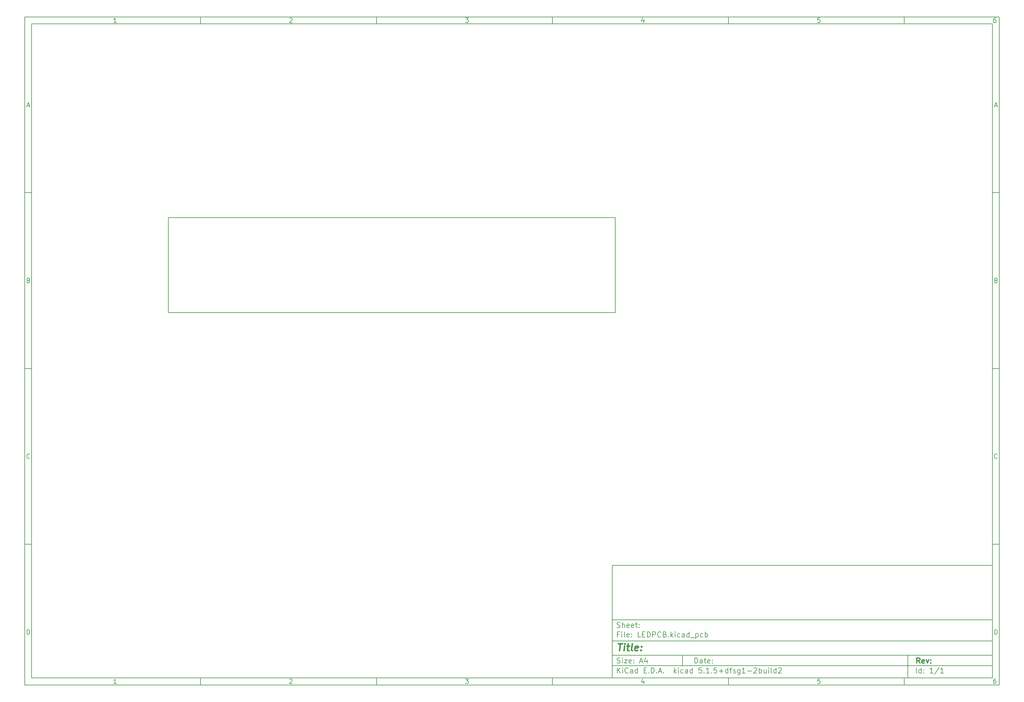
<source format=gbr>
G04 #@! TF.GenerationSoftware,KiCad,Pcbnew,5.1.5+dfsg1-2build2*
G04 #@! TF.CreationDate,2020-12-16T22:25:05+01:00*
G04 #@! TF.ProjectId,LEDPCB,4c454450-4342-42e6-9b69-6361645f7063,rev?*
G04 #@! TF.SameCoordinates,Original*
G04 #@! TF.FileFunction,Profile,NP*
%FSLAX46Y46*%
G04 Gerber Fmt 4.6, Leading zero omitted, Abs format (unit mm)*
G04 Created by KiCad (PCBNEW 5.1.5+dfsg1-2build2) date 2020-12-16 22:25:05*
%MOMM*%
%LPD*%
G04 APERTURE LIST*
%ADD10C,0.100000*%
%ADD11C,0.150000*%
%ADD12C,0.300000*%
%ADD13C,0.400000*%
%ADD14C,0.200000*%
G04 APERTURE END LIST*
D10*
D11*
X177002200Y-166007200D02*
X177002200Y-198007200D01*
X285002200Y-198007200D01*
X285002200Y-166007200D01*
X177002200Y-166007200D01*
D10*
D11*
X10000000Y-10000000D02*
X10000000Y-200007200D01*
X287002200Y-200007200D01*
X287002200Y-10000000D01*
X10000000Y-10000000D01*
D10*
D11*
X12000000Y-12000000D02*
X12000000Y-198007200D01*
X285002200Y-198007200D01*
X285002200Y-12000000D01*
X12000000Y-12000000D01*
D10*
D11*
X60000000Y-12000000D02*
X60000000Y-10000000D01*
D10*
D11*
X110000000Y-12000000D02*
X110000000Y-10000000D01*
D10*
D11*
X160000000Y-12000000D02*
X160000000Y-10000000D01*
D10*
D11*
X210000000Y-12000000D02*
X210000000Y-10000000D01*
D10*
D11*
X260000000Y-12000000D02*
X260000000Y-10000000D01*
D10*
D11*
X36065476Y-11588095D02*
X35322619Y-11588095D01*
X35694047Y-11588095D02*
X35694047Y-10288095D01*
X35570238Y-10473809D01*
X35446428Y-10597619D01*
X35322619Y-10659523D01*
D10*
D11*
X85322619Y-10411904D02*
X85384523Y-10350000D01*
X85508333Y-10288095D01*
X85817857Y-10288095D01*
X85941666Y-10350000D01*
X86003571Y-10411904D01*
X86065476Y-10535714D01*
X86065476Y-10659523D01*
X86003571Y-10845238D01*
X85260714Y-11588095D01*
X86065476Y-11588095D01*
D10*
D11*
X135260714Y-10288095D02*
X136065476Y-10288095D01*
X135632142Y-10783333D01*
X135817857Y-10783333D01*
X135941666Y-10845238D01*
X136003571Y-10907142D01*
X136065476Y-11030952D01*
X136065476Y-11340476D01*
X136003571Y-11464285D01*
X135941666Y-11526190D01*
X135817857Y-11588095D01*
X135446428Y-11588095D01*
X135322619Y-11526190D01*
X135260714Y-11464285D01*
D10*
D11*
X185941666Y-10721428D02*
X185941666Y-11588095D01*
X185632142Y-10226190D02*
X185322619Y-11154761D01*
X186127380Y-11154761D01*
D10*
D11*
X236003571Y-10288095D02*
X235384523Y-10288095D01*
X235322619Y-10907142D01*
X235384523Y-10845238D01*
X235508333Y-10783333D01*
X235817857Y-10783333D01*
X235941666Y-10845238D01*
X236003571Y-10907142D01*
X236065476Y-11030952D01*
X236065476Y-11340476D01*
X236003571Y-11464285D01*
X235941666Y-11526190D01*
X235817857Y-11588095D01*
X235508333Y-11588095D01*
X235384523Y-11526190D01*
X235322619Y-11464285D01*
D10*
D11*
X285941666Y-10288095D02*
X285694047Y-10288095D01*
X285570238Y-10350000D01*
X285508333Y-10411904D01*
X285384523Y-10597619D01*
X285322619Y-10845238D01*
X285322619Y-11340476D01*
X285384523Y-11464285D01*
X285446428Y-11526190D01*
X285570238Y-11588095D01*
X285817857Y-11588095D01*
X285941666Y-11526190D01*
X286003571Y-11464285D01*
X286065476Y-11340476D01*
X286065476Y-11030952D01*
X286003571Y-10907142D01*
X285941666Y-10845238D01*
X285817857Y-10783333D01*
X285570238Y-10783333D01*
X285446428Y-10845238D01*
X285384523Y-10907142D01*
X285322619Y-11030952D01*
D10*
D11*
X60000000Y-198007200D02*
X60000000Y-200007200D01*
D10*
D11*
X110000000Y-198007200D02*
X110000000Y-200007200D01*
D10*
D11*
X160000000Y-198007200D02*
X160000000Y-200007200D01*
D10*
D11*
X210000000Y-198007200D02*
X210000000Y-200007200D01*
D10*
D11*
X260000000Y-198007200D02*
X260000000Y-200007200D01*
D10*
D11*
X36065476Y-199595295D02*
X35322619Y-199595295D01*
X35694047Y-199595295D02*
X35694047Y-198295295D01*
X35570238Y-198481009D01*
X35446428Y-198604819D01*
X35322619Y-198666723D01*
D10*
D11*
X85322619Y-198419104D02*
X85384523Y-198357200D01*
X85508333Y-198295295D01*
X85817857Y-198295295D01*
X85941666Y-198357200D01*
X86003571Y-198419104D01*
X86065476Y-198542914D01*
X86065476Y-198666723D01*
X86003571Y-198852438D01*
X85260714Y-199595295D01*
X86065476Y-199595295D01*
D10*
D11*
X135260714Y-198295295D02*
X136065476Y-198295295D01*
X135632142Y-198790533D01*
X135817857Y-198790533D01*
X135941666Y-198852438D01*
X136003571Y-198914342D01*
X136065476Y-199038152D01*
X136065476Y-199347676D01*
X136003571Y-199471485D01*
X135941666Y-199533390D01*
X135817857Y-199595295D01*
X135446428Y-199595295D01*
X135322619Y-199533390D01*
X135260714Y-199471485D01*
D10*
D11*
X185941666Y-198728628D02*
X185941666Y-199595295D01*
X185632142Y-198233390D02*
X185322619Y-199161961D01*
X186127380Y-199161961D01*
D10*
D11*
X236003571Y-198295295D02*
X235384523Y-198295295D01*
X235322619Y-198914342D01*
X235384523Y-198852438D01*
X235508333Y-198790533D01*
X235817857Y-198790533D01*
X235941666Y-198852438D01*
X236003571Y-198914342D01*
X236065476Y-199038152D01*
X236065476Y-199347676D01*
X236003571Y-199471485D01*
X235941666Y-199533390D01*
X235817857Y-199595295D01*
X235508333Y-199595295D01*
X235384523Y-199533390D01*
X235322619Y-199471485D01*
D10*
D11*
X285941666Y-198295295D02*
X285694047Y-198295295D01*
X285570238Y-198357200D01*
X285508333Y-198419104D01*
X285384523Y-198604819D01*
X285322619Y-198852438D01*
X285322619Y-199347676D01*
X285384523Y-199471485D01*
X285446428Y-199533390D01*
X285570238Y-199595295D01*
X285817857Y-199595295D01*
X285941666Y-199533390D01*
X286003571Y-199471485D01*
X286065476Y-199347676D01*
X286065476Y-199038152D01*
X286003571Y-198914342D01*
X285941666Y-198852438D01*
X285817857Y-198790533D01*
X285570238Y-198790533D01*
X285446428Y-198852438D01*
X285384523Y-198914342D01*
X285322619Y-199038152D01*
D10*
D11*
X10000000Y-60000000D02*
X12000000Y-60000000D01*
D10*
D11*
X10000000Y-110000000D02*
X12000000Y-110000000D01*
D10*
D11*
X10000000Y-160000000D02*
X12000000Y-160000000D01*
D10*
D11*
X10690476Y-35216666D02*
X11309523Y-35216666D01*
X10566666Y-35588095D02*
X11000000Y-34288095D01*
X11433333Y-35588095D01*
D10*
D11*
X11092857Y-84907142D02*
X11278571Y-84969047D01*
X11340476Y-85030952D01*
X11402380Y-85154761D01*
X11402380Y-85340476D01*
X11340476Y-85464285D01*
X11278571Y-85526190D01*
X11154761Y-85588095D01*
X10659523Y-85588095D01*
X10659523Y-84288095D01*
X11092857Y-84288095D01*
X11216666Y-84350000D01*
X11278571Y-84411904D01*
X11340476Y-84535714D01*
X11340476Y-84659523D01*
X11278571Y-84783333D01*
X11216666Y-84845238D01*
X11092857Y-84907142D01*
X10659523Y-84907142D01*
D10*
D11*
X11402380Y-135464285D02*
X11340476Y-135526190D01*
X11154761Y-135588095D01*
X11030952Y-135588095D01*
X10845238Y-135526190D01*
X10721428Y-135402380D01*
X10659523Y-135278571D01*
X10597619Y-135030952D01*
X10597619Y-134845238D01*
X10659523Y-134597619D01*
X10721428Y-134473809D01*
X10845238Y-134350000D01*
X11030952Y-134288095D01*
X11154761Y-134288095D01*
X11340476Y-134350000D01*
X11402380Y-134411904D01*
D10*
D11*
X10659523Y-185588095D02*
X10659523Y-184288095D01*
X10969047Y-184288095D01*
X11154761Y-184350000D01*
X11278571Y-184473809D01*
X11340476Y-184597619D01*
X11402380Y-184845238D01*
X11402380Y-185030952D01*
X11340476Y-185278571D01*
X11278571Y-185402380D01*
X11154761Y-185526190D01*
X10969047Y-185588095D01*
X10659523Y-185588095D01*
D10*
D11*
X287002200Y-60000000D02*
X285002200Y-60000000D01*
D10*
D11*
X287002200Y-110000000D02*
X285002200Y-110000000D01*
D10*
D11*
X287002200Y-160000000D02*
X285002200Y-160000000D01*
D10*
D11*
X285692676Y-35216666D02*
X286311723Y-35216666D01*
X285568866Y-35588095D02*
X286002200Y-34288095D01*
X286435533Y-35588095D01*
D10*
D11*
X286095057Y-84907142D02*
X286280771Y-84969047D01*
X286342676Y-85030952D01*
X286404580Y-85154761D01*
X286404580Y-85340476D01*
X286342676Y-85464285D01*
X286280771Y-85526190D01*
X286156961Y-85588095D01*
X285661723Y-85588095D01*
X285661723Y-84288095D01*
X286095057Y-84288095D01*
X286218866Y-84350000D01*
X286280771Y-84411904D01*
X286342676Y-84535714D01*
X286342676Y-84659523D01*
X286280771Y-84783333D01*
X286218866Y-84845238D01*
X286095057Y-84907142D01*
X285661723Y-84907142D01*
D10*
D11*
X286404580Y-135464285D02*
X286342676Y-135526190D01*
X286156961Y-135588095D01*
X286033152Y-135588095D01*
X285847438Y-135526190D01*
X285723628Y-135402380D01*
X285661723Y-135278571D01*
X285599819Y-135030952D01*
X285599819Y-134845238D01*
X285661723Y-134597619D01*
X285723628Y-134473809D01*
X285847438Y-134350000D01*
X286033152Y-134288095D01*
X286156961Y-134288095D01*
X286342676Y-134350000D01*
X286404580Y-134411904D01*
D10*
D11*
X285661723Y-185588095D02*
X285661723Y-184288095D01*
X285971247Y-184288095D01*
X286156961Y-184350000D01*
X286280771Y-184473809D01*
X286342676Y-184597619D01*
X286404580Y-184845238D01*
X286404580Y-185030952D01*
X286342676Y-185278571D01*
X286280771Y-185402380D01*
X286156961Y-185526190D01*
X285971247Y-185588095D01*
X285661723Y-185588095D01*
D10*
D11*
X200434342Y-193785771D02*
X200434342Y-192285771D01*
X200791485Y-192285771D01*
X201005771Y-192357200D01*
X201148628Y-192500057D01*
X201220057Y-192642914D01*
X201291485Y-192928628D01*
X201291485Y-193142914D01*
X201220057Y-193428628D01*
X201148628Y-193571485D01*
X201005771Y-193714342D01*
X200791485Y-193785771D01*
X200434342Y-193785771D01*
X202577200Y-193785771D02*
X202577200Y-193000057D01*
X202505771Y-192857200D01*
X202362914Y-192785771D01*
X202077200Y-192785771D01*
X201934342Y-192857200D01*
X202577200Y-193714342D02*
X202434342Y-193785771D01*
X202077200Y-193785771D01*
X201934342Y-193714342D01*
X201862914Y-193571485D01*
X201862914Y-193428628D01*
X201934342Y-193285771D01*
X202077200Y-193214342D01*
X202434342Y-193214342D01*
X202577200Y-193142914D01*
X203077200Y-192785771D02*
X203648628Y-192785771D01*
X203291485Y-192285771D02*
X203291485Y-193571485D01*
X203362914Y-193714342D01*
X203505771Y-193785771D01*
X203648628Y-193785771D01*
X204720057Y-193714342D02*
X204577200Y-193785771D01*
X204291485Y-193785771D01*
X204148628Y-193714342D01*
X204077200Y-193571485D01*
X204077200Y-193000057D01*
X204148628Y-192857200D01*
X204291485Y-192785771D01*
X204577200Y-192785771D01*
X204720057Y-192857200D01*
X204791485Y-193000057D01*
X204791485Y-193142914D01*
X204077200Y-193285771D01*
X205434342Y-193642914D02*
X205505771Y-193714342D01*
X205434342Y-193785771D01*
X205362914Y-193714342D01*
X205434342Y-193642914D01*
X205434342Y-193785771D01*
X205434342Y-192857200D02*
X205505771Y-192928628D01*
X205434342Y-193000057D01*
X205362914Y-192928628D01*
X205434342Y-192857200D01*
X205434342Y-193000057D01*
D10*
D11*
X177002200Y-194507200D02*
X285002200Y-194507200D01*
D10*
D11*
X178434342Y-196585771D02*
X178434342Y-195085771D01*
X179291485Y-196585771D02*
X178648628Y-195728628D01*
X179291485Y-195085771D02*
X178434342Y-195942914D01*
X179934342Y-196585771D02*
X179934342Y-195585771D01*
X179934342Y-195085771D02*
X179862914Y-195157200D01*
X179934342Y-195228628D01*
X180005771Y-195157200D01*
X179934342Y-195085771D01*
X179934342Y-195228628D01*
X181505771Y-196442914D02*
X181434342Y-196514342D01*
X181220057Y-196585771D01*
X181077200Y-196585771D01*
X180862914Y-196514342D01*
X180720057Y-196371485D01*
X180648628Y-196228628D01*
X180577200Y-195942914D01*
X180577200Y-195728628D01*
X180648628Y-195442914D01*
X180720057Y-195300057D01*
X180862914Y-195157200D01*
X181077200Y-195085771D01*
X181220057Y-195085771D01*
X181434342Y-195157200D01*
X181505771Y-195228628D01*
X182791485Y-196585771D02*
X182791485Y-195800057D01*
X182720057Y-195657200D01*
X182577200Y-195585771D01*
X182291485Y-195585771D01*
X182148628Y-195657200D01*
X182791485Y-196514342D02*
X182648628Y-196585771D01*
X182291485Y-196585771D01*
X182148628Y-196514342D01*
X182077200Y-196371485D01*
X182077200Y-196228628D01*
X182148628Y-196085771D01*
X182291485Y-196014342D01*
X182648628Y-196014342D01*
X182791485Y-195942914D01*
X184148628Y-196585771D02*
X184148628Y-195085771D01*
X184148628Y-196514342D02*
X184005771Y-196585771D01*
X183720057Y-196585771D01*
X183577200Y-196514342D01*
X183505771Y-196442914D01*
X183434342Y-196300057D01*
X183434342Y-195871485D01*
X183505771Y-195728628D01*
X183577200Y-195657200D01*
X183720057Y-195585771D01*
X184005771Y-195585771D01*
X184148628Y-195657200D01*
X186005771Y-195800057D02*
X186505771Y-195800057D01*
X186720057Y-196585771D02*
X186005771Y-196585771D01*
X186005771Y-195085771D01*
X186720057Y-195085771D01*
X187362914Y-196442914D02*
X187434342Y-196514342D01*
X187362914Y-196585771D01*
X187291485Y-196514342D01*
X187362914Y-196442914D01*
X187362914Y-196585771D01*
X188077200Y-196585771D02*
X188077200Y-195085771D01*
X188434342Y-195085771D01*
X188648628Y-195157200D01*
X188791485Y-195300057D01*
X188862914Y-195442914D01*
X188934342Y-195728628D01*
X188934342Y-195942914D01*
X188862914Y-196228628D01*
X188791485Y-196371485D01*
X188648628Y-196514342D01*
X188434342Y-196585771D01*
X188077200Y-196585771D01*
X189577200Y-196442914D02*
X189648628Y-196514342D01*
X189577200Y-196585771D01*
X189505771Y-196514342D01*
X189577200Y-196442914D01*
X189577200Y-196585771D01*
X190220057Y-196157200D02*
X190934342Y-196157200D01*
X190077200Y-196585771D02*
X190577200Y-195085771D01*
X191077200Y-196585771D01*
X191577200Y-196442914D02*
X191648628Y-196514342D01*
X191577200Y-196585771D01*
X191505771Y-196514342D01*
X191577200Y-196442914D01*
X191577200Y-196585771D01*
X194577200Y-196585771D02*
X194577200Y-195085771D01*
X194720057Y-196014342D02*
X195148628Y-196585771D01*
X195148628Y-195585771D02*
X194577200Y-196157200D01*
X195791485Y-196585771D02*
X195791485Y-195585771D01*
X195791485Y-195085771D02*
X195720057Y-195157200D01*
X195791485Y-195228628D01*
X195862914Y-195157200D01*
X195791485Y-195085771D01*
X195791485Y-195228628D01*
X197148628Y-196514342D02*
X197005771Y-196585771D01*
X196720057Y-196585771D01*
X196577200Y-196514342D01*
X196505771Y-196442914D01*
X196434342Y-196300057D01*
X196434342Y-195871485D01*
X196505771Y-195728628D01*
X196577200Y-195657200D01*
X196720057Y-195585771D01*
X197005771Y-195585771D01*
X197148628Y-195657200D01*
X198434342Y-196585771D02*
X198434342Y-195800057D01*
X198362914Y-195657200D01*
X198220057Y-195585771D01*
X197934342Y-195585771D01*
X197791485Y-195657200D01*
X198434342Y-196514342D02*
X198291485Y-196585771D01*
X197934342Y-196585771D01*
X197791485Y-196514342D01*
X197720057Y-196371485D01*
X197720057Y-196228628D01*
X197791485Y-196085771D01*
X197934342Y-196014342D01*
X198291485Y-196014342D01*
X198434342Y-195942914D01*
X199791485Y-196585771D02*
X199791485Y-195085771D01*
X199791485Y-196514342D02*
X199648628Y-196585771D01*
X199362914Y-196585771D01*
X199220057Y-196514342D01*
X199148628Y-196442914D01*
X199077200Y-196300057D01*
X199077200Y-195871485D01*
X199148628Y-195728628D01*
X199220057Y-195657200D01*
X199362914Y-195585771D01*
X199648628Y-195585771D01*
X199791485Y-195657200D01*
X202362914Y-195085771D02*
X201648628Y-195085771D01*
X201577200Y-195800057D01*
X201648628Y-195728628D01*
X201791485Y-195657200D01*
X202148628Y-195657200D01*
X202291485Y-195728628D01*
X202362914Y-195800057D01*
X202434342Y-195942914D01*
X202434342Y-196300057D01*
X202362914Y-196442914D01*
X202291485Y-196514342D01*
X202148628Y-196585771D01*
X201791485Y-196585771D01*
X201648628Y-196514342D01*
X201577200Y-196442914D01*
X203077200Y-196442914D02*
X203148628Y-196514342D01*
X203077200Y-196585771D01*
X203005771Y-196514342D01*
X203077200Y-196442914D01*
X203077200Y-196585771D01*
X204577200Y-196585771D02*
X203720057Y-196585771D01*
X204148628Y-196585771D02*
X204148628Y-195085771D01*
X204005771Y-195300057D01*
X203862914Y-195442914D01*
X203720057Y-195514342D01*
X205220057Y-196442914D02*
X205291485Y-196514342D01*
X205220057Y-196585771D01*
X205148628Y-196514342D01*
X205220057Y-196442914D01*
X205220057Y-196585771D01*
X206648628Y-195085771D02*
X205934342Y-195085771D01*
X205862914Y-195800057D01*
X205934342Y-195728628D01*
X206077200Y-195657200D01*
X206434342Y-195657200D01*
X206577200Y-195728628D01*
X206648628Y-195800057D01*
X206720057Y-195942914D01*
X206720057Y-196300057D01*
X206648628Y-196442914D01*
X206577200Y-196514342D01*
X206434342Y-196585771D01*
X206077200Y-196585771D01*
X205934342Y-196514342D01*
X205862914Y-196442914D01*
X207362914Y-196014342D02*
X208505771Y-196014342D01*
X207934342Y-196585771D02*
X207934342Y-195442914D01*
X209862914Y-196585771D02*
X209862914Y-195085771D01*
X209862914Y-196514342D02*
X209720057Y-196585771D01*
X209434342Y-196585771D01*
X209291485Y-196514342D01*
X209220057Y-196442914D01*
X209148628Y-196300057D01*
X209148628Y-195871485D01*
X209220057Y-195728628D01*
X209291485Y-195657200D01*
X209434342Y-195585771D01*
X209720057Y-195585771D01*
X209862914Y-195657200D01*
X210362914Y-195585771D02*
X210934342Y-195585771D01*
X210577200Y-196585771D02*
X210577200Y-195300057D01*
X210648628Y-195157200D01*
X210791485Y-195085771D01*
X210934342Y-195085771D01*
X211362914Y-196514342D02*
X211505771Y-196585771D01*
X211791485Y-196585771D01*
X211934342Y-196514342D01*
X212005771Y-196371485D01*
X212005771Y-196300057D01*
X211934342Y-196157200D01*
X211791485Y-196085771D01*
X211577200Y-196085771D01*
X211434342Y-196014342D01*
X211362914Y-195871485D01*
X211362914Y-195800057D01*
X211434342Y-195657200D01*
X211577200Y-195585771D01*
X211791485Y-195585771D01*
X211934342Y-195657200D01*
X213291485Y-195585771D02*
X213291485Y-196800057D01*
X213220057Y-196942914D01*
X213148628Y-197014342D01*
X213005771Y-197085771D01*
X212791485Y-197085771D01*
X212648628Y-197014342D01*
X213291485Y-196514342D02*
X213148628Y-196585771D01*
X212862914Y-196585771D01*
X212720057Y-196514342D01*
X212648628Y-196442914D01*
X212577200Y-196300057D01*
X212577200Y-195871485D01*
X212648628Y-195728628D01*
X212720057Y-195657200D01*
X212862914Y-195585771D01*
X213148628Y-195585771D01*
X213291485Y-195657200D01*
X214791485Y-196585771D02*
X213934342Y-196585771D01*
X214362914Y-196585771D02*
X214362914Y-195085771D01*
X214220057Y-195300057D01*
X214077200Y-195442914D01*
X213934342Y-195514342D01*
X215434342Y-196014342D02*
X216577200Y-196014342D01*
X217220057Y-195228628D02*
X217291485Y-195157200D01*
X217434342Y-195085771D01*
X217791485Y-195085771D01*
X217934342Y-195157200D01*
X218005771Y-195228628D01*
X218077200Y-195371485D01*
X218077200Y-195514342D01*
X218005771Y-195728628D01*
X217148628Y-196585771D01*
X218077200Y-196585771D01*
X218720057Y-196585771D02*
X218720057Y-195085771D01*
X218720057Y-195657200D02*
X218862914Y-195585771D01*
X219148628Y-195585771D01*
X219291485Y-195657200D01*
X219362914Y-195728628D01*
X219434342Y-195871485D01*
X219434342Y-196300057D01*
X219362914Y-196442914D01*
X219291485Y-196514342D01*
X219148628Y-196585771D01*
X218862914Y-196585771D01*
X218720057Y-196514342D01*
X220720057Y-195585771D02*
X220720057Y-196585771D01*
X220077200Y-195585771D02*
X220077200Y-196371485D01*
X220148628Y-196514342D01*
X220291485Y-196585771D01*
X220505771Y-196585771D01*
X220648628Y-196514342D01*
X220720057Y-196442914D01*
X221434342Y-196585771D02*
X221434342Y-195585771D01*
X221434342Y-195085771D02*
X221362914Y-195157200D01*
X221434342Y-195228628D01*
X221505771Y-195157200D01*
X221434342Y-195085771D01*
X221434342Y-195228628D01*
X222362914Y-196585771D02*
X222220057Y-196514342D01*
X222148628Y-196371485D01*
X222148628Y-195085771D01*
X223577200Y-196585771D02*
X223577200Y-195085771D01*
X223577200Y-196514342D02*
X223434342Y-196585771D01*
X223148628Y-196585771D01*
X223005771Y-196514342D01*
X222934342Y-196442914D01*
X222862914Y-196300057D01*
X222862914Y-195871485D01*
X222934342Y-195728628D01*
X223005771Y-195657200D01*
X223148628Y-195585771D01*
X223434342Y-195585771D01*
X223577200Y-195657200D01*
X224220057Y-195228628D02*
X224291485Y-195157200D01*
X224434342Y-195085771D01*
X224791485Y-195085771D01*
X224934342Y-195157200D01*
X225005771Y-195228628D01*
X225077200Y-195371485D01*
X225077200Y-195514342D01*
X225005771Y-195728628D01*
X224148628Y-196585771D01*
X225077200Y-196585771D01*
D10*
D11*
X177002200Y-191507200D02*
X285002200Y-191507200D01*
D10*
D12*
X264411485Y-193785771D02*
X263911485Y-193071485D01*
X263554342Y-193785771D02*
X263554342Y-192285771D01*
X264125771Y-192285771D01*
X264268628Y-192357200D01*
X264340057Y-192428628D01*
X264411485Y-192571485D01*
X264411485Y-192785771D01*
X264340057Y-192928628D01*
X264268628Y-193000057D01*
X264125771Y-193071485D01*
X263554342Y-193071485D01*
X265625771Y-193714342D02*
X265482914Y-193785771D01*
X265197200Y-193785771D01*
X265054342Y-193714342D01*
X264982914Y-193571485D01*
X264982914Y-193000057D01*
X265054342Y-192857200D01*
X265197200Y-192785771D01*
X265482914Y-192785771D01*
X265625771Y-192857200D01*
X265697200Y-193000057D01*
X265697200Y-193142914D01*
X264982914Y-193285771D01*
X266197200Y-192785771D02*
X266554342Y-193785771D01*
X266911485Y-192785771D01*
X267482914Y-193642914D02*
X267554342Y-193714342D01*
X267482914Y-193785771D01*
X267411485Y-193714342D01*
X267482914Y-193642914D01*
X267482914Y-193785771D01*
X267482914Y-192857200D02*
X267554342Y-192928628D01*
X267482914Y-193000057D01*
X267411485Y-192928628D01*
X267482914Y-192857200D01*
X267482914Y-193000057D01*
D10*
D11*
X178362914Y-193714342D02*
X178577200Y-193785771D01*
X178934342Y-193785771D01*
X179077200Y-193714342D01*
X179148628Y-193642914D01*
X179220057Y-193500057D01*
X179220057Y-193357200D01*
X179148628Y-193214342D01*
X179077200Y-193142914D01*
X178934342Y-193071485D01*
X178648628Y-193000057D01*
X178505771Y-192928628D01*
X178434342Y-192857200D01*
X178362914Y-192714342D01*
X178362914Y-192571485D01*
X178434342Y-192428628D01*
X178505771Y-192357200D01*
X178648628Y-192285771D01*
X179005771Y-192285771D01*
X179220057Y-192357200D01*
X179862914Y-193785771D02*
X179862914Y-192785771D01*
X179862914Y-192285771D02*
X179791485Y-192357200D01*
X179862914Y-192428628D01*
X179934342Y-192357200D01*
X179862914Y-192285771D01*
X179862914Y-192428628D01*
X180434342Y-192785771D02*
X181220057Y-192785771D01*
X180434342Y-193785771D01*
X181220057Y-193785771D01*
X182362914Y-193714342D02*
X182220057Y-193785771D01*
X181934342Y-193785771D01*
X181791485Y-193714342D01*
X181720057Y-193571485D01*
X181720057Y-193000057D01*
X181791485Y-192857200D01*
X181934342Y-192785771D01*
X182220057Y-192785771D01*
X182362914Y-192857200D01*
X182434342Y-193000057D01*
X182434342Y-193142914D01*
X181720057Y-193285771D01*
X183077200Y-193642914D02*
X183148628Y-193714342D01*
X183077200Y-193785771D01*
X183005771Y-193714342D01*
X183077200Y-193642914D01*
X183077200Y-193785771D01*
X183077200Y-192857200D02*
X183148628Y-192928628D01*
X183077200Y-193000057D01*
X183005771Y-192928628D01*
X183077200Y-192857200D01*
X183077200Y-193000057D01*
X184862914Y-193357200D02*
X185577200Y-193357200D01*
X184720057Y-193785771D02*
X185220057Y-192285771D01*
X185720057Y-193785771D01*
X186862914Y-192785771D02*
X186862914Y-193785771D01*
X186505771Y-192214342D02*
X186148628Y-193285771D01*
X187077200Y-193285771D01*
D10*
D11*
X263434342Y-196585771D02*
X263434342Y-195085771D01*
X264791485Y-196585771D02*
X264791485Y-195085771D01*
X264791485Y-196514342D02*
X264648628Y-196585771D01*
X264362914Y-196585771D01*
X264220057Y-196514342D01*
X264148628Y-196442914D01*
X264077200Y-196300057D01*
X264077200Y-195871485D01*
X264148628Y-195728628D01*
X264220057Y-195657200D01*
X264362914Y-195585771D01*
X264648628Y-195585771D01*
X264791485Y-195657200D01*
X265505771Y-196442914D02*
X265577200Y-196514342D01*
X265505771Y-196585771D01*
X265434342Y-196514342D01*
X265505771Y-196442914D01*
X265505771Y-196585771D01*
X265505771Y-195657200D02*
X265577200Y-195728628D01*
X265505771Y-195800057D01*
X265434342Y-195728628D01*
X265505771Y-195657200D01*
X265505771Y-195800057D01*
X268148628Y-196585771D02*
X267291485Y-196585771D01*
X267720057Y-196585771D02*
X267720057Y-195085771D01*
X267577200Y-195300057D01*
X267434342Y-195442914D01*
X267291485Y-195514342D01*
X269862914Y-195014342D02*
X268577200Y-196942914D01*
X271148628Y-196585771D02*
X270291485Y-196585771D01*
X270720057Y-196585771D02*
X270720057Y-195085771D01*
X270577200Y-195300057D01*
X270434342Y-195442914D01*
X270291485Y-195514342D01*
D10*
D11*
X177002200Y-187507200D02*
X285002200Y-187507200D01*
D10*
D13*
X178714580Y-188211961D02*
X179857438Y-188211961D01*
X179036009Y-190211961D02*
X179286009Y-188211961D01*
X180274104Y-190211961D02*
X180440771Y-188878628D01*
X180524104Y-188211961D02*
X180416961Y-188307200D01*
X180500295Y-188402438D01*
X180607438Y-188307200D01*
X180524104Y-188211961D01*
X180500295Y-188402438D01*
X181107438Y-188878628D02*
X181869342Y-188878628D01*
X181476485Y-188211961D02*
X181262200Y-189926247D01*
X181333628Y-190116723D01*
X181512200Y-190211961D01*
X181702676Y-190211961D01*
X182655057Y-190211961D02*
X182476485Y-190116723D01*
X182405057Y-189926247D01*
X182619342Y-188211961D01*
X184190771Y-190116723D02*
X183988390Y-190211961D01*
X183607438Y-190211961D01*
X183428866Y-190116723D01*
X183357438Y-189926247D01*
X183452676Y-189164342D01*
X183571723Y-188973866D01*
X183774104Y-188878628D01*
X184155057Y-188878628D01*
X184333628Y-188973866D01*
X184405057Y-189164342D01*
X184381247Y-189354819D01*
X183405057Y-189545295D01*
X185155057Y-190021485D02*
X185238390Y-190116723D01*
X185131247Y-190211961D01*
X185047914Y-190116723D01*
X185155057Y-190021485D01*
X185131247Y-190211961D01*
X185286009Y-188973866D02*
X185369342Y-189069104D01*
X185262200Y-189164342D01*
X185178866Y-189069104D01*
X185286009Y-188973866D01*
X185262200Y-189164342D01*
D10*
D11*
X178934342Y-185600057D02*
X178434342Y-185600057D01*
X178434342Y-186385771D02*
X178434342Y-184885771D01*
X179148628Y-184885771D01*
X179720057Y-186385771D02*
X179720057Y-185385771D01*
X179720057Y-184885771D02*
X179648628Y-184957200D01*
X179720057Y-185028628D01*
X179791485Y-184957200D01*
X179720057Y-184885771D01*
X179720057Y-185028628D01*
X180648628Y-186385771D02*
X180505771Y-186314342D01*
X180434342Y-186171485D01*
X180434342Y-184885771D01*
X181791485Y-186314342D02*
X181648628Y-186385771D01*
X181362914Y-186385771D01*
X181220057Y-186314342D01*
X181148628Y-186171485D01*
X181148628Y-185600057D01*
X181220057Y-185457200D01*
X181362914Y-185385771D01*
X181648628Y-185385771D01*
X181791485Y-185457200D01*
X181862914Y-185600057D01*
X181862914Y-185742914D01*
X181148628Y-185885771D01*
X182505771Y-186242914D02*
X182577200Y-186314342D01*
X182505771Y-186385771D01*
X182434342Y-186314342D01*
X182505771Y-186242914D01*
X182505771Y-186385771D01*
X182505771Y-185457200D02*
X182577200Y-185528628D01*
X182505771Y-185600057D01*
X182434342Y-185528628D01*
X182505771Y-185457200D01*
X182505771Y-185600057D01*
X185077200Y-186385771D02*
X184362914Y-186385771D01*
X184362914Y-184885771D01*
X185577200Y-185600057D02*
X186077200Y-185600057D01*
X186291485Y-186385771D02*
X185577200Y-186385771D01*
X185577200Y-184885771D01*
X186291485Y-184885771D01*
X186934342Y-186385771D02*
X186934342Y-184885771D01*
X187291485Y-184885771D01*
X187505771Y-184957200D01*
X187648628Y-185100057D01*
X187720057Y-185242914D01*
X187791485Y-185528628D01*
X187791485Y-185742914D01*
X187720057Y-186028628D01*
X187648628Y-186171485D01*
X187505771Y-186314342D01*
X187291485Y-186385771D01*
X186934342Y-186385771D01*
X188434342Y-186385771D02*
X188434342Y-184885771D01*
X189005771Y-184885771D01*
X189148628Y-184957200D01*
X189220057Y-185028628D01*
X189291485Y-185171485D01*
X189291485Y-185385771D01*
X189220057Y-185528628D01*
X189148628Y-185600057D01*
X189005771Y-185671485D01*
X188434342Y-185671485D01*
X190791485Y-186242914D02*
X190720057Y-186314342D01*
X190505771Y-186385771D01*
X190362914Y-186385771D01*
X190148628Y-186314342D01*
X190005771Y-186171485D01*
X189934342Y-186028628D01*
X189862914Y-185742914D01*
X189862914Y-185528628D01*
X189934342Y-185242914D01*
X190005771Y-185100057D01*
X190148628Y-184957200D01*
X190362914Y-184885771D01*
X190505771Y-184885771D01*
X190720057Y-184957200D01*
X190791485Y-185028628D01*
X191934342Y-185600057D02*
X192148628Y-185671485D01*
X192220057Y-185742914D01*
X192291485Y-185885771D01*
X192291485Y-186100057D01*
X192220057Y-186242914D01*
X192148628Y-186314342D01*
X192005771Y-186385771D01*
X191434342Y-186385771D01*
X191434342Y-184885771D01*
X191934342Y-184885771D01*
X192077200Y-184957200D01*
X192148628Y-185028628D01*
X192220057Y-185171485D01*
X192220057Y-185314342D01*
X192148628Y-185457200D01*
X192077200Y-185528628D01*
X191934342Y-185600057D01*
X191434342Y-185600057D01*
X192934342Y-186242914D02*
X193005771Y-186314342D01*
X192934342Y-186385771D01*
X192862914Y-186314342D01*
X192934342Y-186242914D01*
X192934342Y-186385771D01*
X193648628Y-186385771D02*
X193648628Y-184885771D01*
X193791485Y-185814342D02*
X194220057Y-186385771D01*
X194220057Y-185385771D02*
X193648628Y-185957200D01*
X194862914Y-186385771D02*
X194862914Y-185385771D01*
X194862914Y-184885771D02*
X194791485Y-184957200D01*
X194862914Y-185028628D01*
X194934342Y-184957200D01*
X194862914Y-184885771D01*
X194862914Y-185028628D01*
X196220057Y-186314342D02*
X196077200Y-186385771D01*
X195791485Y-186385771D01*
X195648628Y-186314342D01*
X195577200Y-186242914D01*
X195505771Y-186100057D01*
X195505771Y-185671485D01*
X195577200Y-185528628D01*
X195648628Y-185457200D01*
X195791485Y-185385771D01*
X196077200Y-185385771D01*
X196220057Y-185457200D01*
X197505771Y-186385771D02*
X197505771Y-185600057D01*
X197434342Y-185457200D01*
X197291485Y-185385771D01*
X197005771Y-185385771D01*
X196862914Y-185457200D01*
X197505771Y-186314342D02*
X197362914Y-186385771D01*
X197005771Y-186385771D01*
X196862914Y-186314342D01*
X196791485Y-186171485D01*
X196791485Y-186028628D01*
X196862914Y-185885771D01*
X197005771Y-185814342D01*
X197362914Y-185814342D01*
X197505771Y-185742914D01*
X198862914Y-186385771D02*
X198862914Y-184885771D01*
X198862914Y-186314342D02*
X198720057Y-186385771D01*
X198434342Y-186385771D01*
X198291485Y-186314342D01*
X198220057Y-186242914D01*
X198148628Y-186100057D01*
X198148628Y-185671485D01*
X198220057Y-185528628D01*
X198291485Y-185457200D01*
X198434342Y-185385771D01*
X198720057Y-185385771D01*
X198862914Y-185457200D01*
X199220057Y-186528628D02*
X200362914Y-186528628D01*
X200720057Y-185385771D02*
X200720057Y-186885771D01*
X200720057Y-185457200D02*
X200862914Y-185385771D01*
X201148628Y-185385771D01*
X201291485Y-185457200D01*
X201362914Y-185528628D01*
X201434342Y-185671485D01*
X201434342Y-186100057D01*
X201362914Y-186242914D01*
X201291485Y-186314342D01*
X201148628Y-186385771D01*
X200862914Y-186385771D01*
X200720057Y-186314342D01*
X202720057Y-186314342D02*
X202577200Y-186385771D01*
X202291485Y-186385771D01*
X202148628Y-186314342D01*
X202077200Y-186242914D01*
X202005771Y-186100057D01*
X202005771Y-185671485D01*
X202077200Y-185528628D01*
X202148628Y-185457200D01*
X202291485Y-185385771D01*
X202577200Y-185385771D01*
X202720057Y-185457200D01*
X203362914Y-186385771D02*
X203362914Y-184885771D01*
X203362914Y-185457200D02*
X203505771Y-185385771D01*
X203791485Y-185385771D01*
X203934342Y-185457200D01*
X204005771Y-185528628D01*
X204077200Y-185671485D01*
X204077200Y-186100057D01*
X204005771Y-186242914D01*
X203934342Y-186314342D01*
X203791485Y-186385771D01*
X203505771Y-186385771D01*
X203362914Y-186314342D01*
D10*
D11*
X177002200Y-181507200D02*
X285002200Y-181507200D01*
D10*
D11*
X178362914Y-183614342D02*
X178577200Y-183685771D01*
X178934342Y-183685771D01*
X179077200Y-183614342D01*
X179148628Y-183542914D01*
X179220057Y-183400057D01*
X179220057Y-183257200D01*
X179148628Y-183114342D01*
X179077200Y-183042914D01*
X178934342Y-182971485D01*
X178648628Y-182900057D01*
X178505771Y-182828628D01*
X178434342Y-182757200D01*
X178362914Y-182614342D01*
X178362914Y-182471485D01*
X178434342Y-182328628D01*
X178505771Y-182257200D01*
X178648628Y-182185771D01*
X179005771Y-182185771D01*
X179220057Y-182257200D01*
X179862914Y-183685771D02*
X179862914Y-182185771D01*
X180505771Y-183685771D02*
X180505771Y-182900057D01*
X180434342Y-182757200D01*
X180291485Y-182685771D01*
X180077200Y-182685771D01*
X179934342Y-182757200D01*
X179862914Y-182828628D01*
X181791485Y-183614342D02*
X181648628Y-183685771D01*
X181362914Y-183685771D01*
X181220057Y-183614342D01*
X181148628Y-183471485D01*
X181148628Y-182900057D01*
X181220057Y-182757200D01*
X181362914Y-182685771D01*
X181648628Y-182685771D01*
X181791485Y-182757200D01*
X181862914Y-182900057D01*
X181862914Y-183042914D01*
X181148628Y-183185771D01*
X183077200Y-183614342D02*
X182934342Y-183685771D01*
X182648628Y-183685771D01*
X182505771Y-183614342D01*
X182434342Y-183471485D01*
X182434342Y-182900057D01*
X182505771Y-182757200D01*
X182648628Y-182685771D01*
X182934342Y-182685771D01*
X183077200Y-182757200D01*
X183148628Y-182900057D01*
X183148628Y-183042914D01*
X182434342Y-183185771D01*
X183577200Y-182685771D02*
X184148628Y-182685771D01*
X183791485Y-182185771D02*
X183791485Y-183471485D01*
X183862914Y-183614342D01*
X184005771Y-183685771D01*
X184148628Y-183685771D01*
X184648628Y-183542914D02*
X184720057Y-183614342D01*
X184648628Y-183685771D01*
X184577200Y-183614342D01*
X184648628Y-183542914D01*
X184648628Y-183685771D01*
X184648628Y-182757200D02*
X184720057Y-182828628D01*
X184648628Y-182900057D01*
X184577200Y-182828628D01*
X184648628Y-182757200D01*
X184648628Y-182900057D01*
D10*
D11*
X197002200Y-191507200D02*
X197002200Y-194507200D01*
D10*
D11*
X261002200Y-191507200D02*
X261002200Y-198007200D01*
D14*
X50794270Y-94077192D02*
X50794270Y-67077252D01*
X177800000Y-94077192D02*
X50794270Y-94077192D01*
X177800000Y-67077252D02*
X177800000Y-94077192D01*
X50794270Y-67077252D02*
X177800000Y-67077252D01*
M02*

</source>
